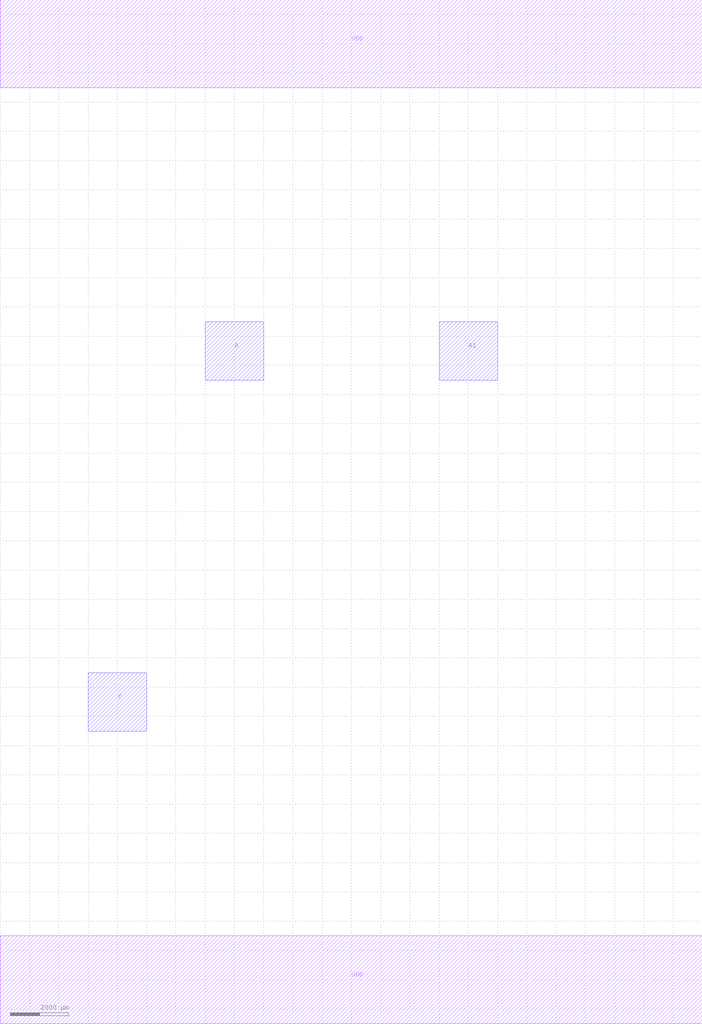
<source format=lef>
MACRO OAI21
 CLASS CORE ;
 ORIGIN 0 0 ;
 FOREIGN OAI21 0 0 ;
 SITE CORE ;
 SYMMETRY X Y R90 ;
  PIN VDD
   DIRECTION INOUT ;
   USE SIGNAL ;
   SHAPE ABUTMENT ;
    PORT
     CLASS CORE ;
       LAYER metal1 ;
        RECT 0.00000000 30500.00000000 24000.00000000 33500.00000000 ;
    END
  END VDD

  PIN GND
   DIRECTION INOUT ;
   USE SIGNAL ;
   SHAPE ABUTMENT ;
    PORT
     CLASS CORE ;
       LAYER metal1 ;
        RECT 0.00000000 -1500.00000000 24000.00000000 1500.00000000 ;
    END
  END GND

  PIN A
   DIRECTION INOUT ;
   USE SIGNAL ;
   SHAPE ABUTMENT ;
    PORT
     CLASS CORE ;
       LAYER metal2 ;
        RECT 7000.00000000 20500.00000000 9000.00000000 22500.00000000 ;
    END
  END A

  PIN A1
   DIRECTION INOUT ;
   USE SIGNAL ;
   SHAPE ABUTMENT ;
    PORT
     CLASS CORE ;
       LAYER metal2 ;
        RECT 15000.00000000 20500.00000000 17000.00000000 22500.00000000 ;
    END
  END A1

  PIN Y
   DIRECTION INOUT ;
   USE SIGNAL ;
   SHAPE ABUTMENT ;
    PORT
     CLASS CORE ;
       LAYER metal2 ;
        RECT 3000.00000000 8500.00000000 5000.00000000 10500.00000000 ;
    END
  END Y


END OAI21

</source>
